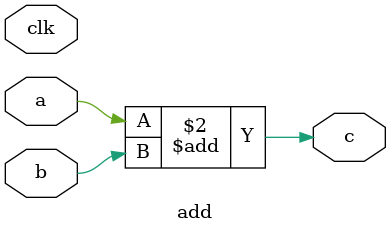
<source format=v>
module add(input clk,input a,input b,output reg c);
  
  
  always@*
  begin
    c=a+b;
  end
  
  always@(posedge clk)
  begin 
  end
  
endmodule

</source>
